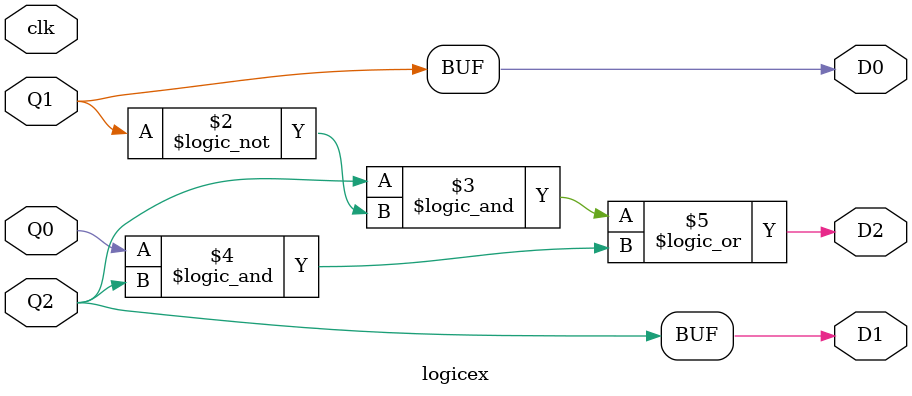
<source format=v>
module logicex(
    input clk,
    input Q0,
    input Q1,
    input Q2,
    output reg D0,
    output reg D1,
    output reg D2
    );

    always @(*) begin
	D2 = (Q2&&(!Q1)) || (Q0&&Q2);
	D1 = (Q2);
	D0 = (Q1);
end
endmodule





</source>
